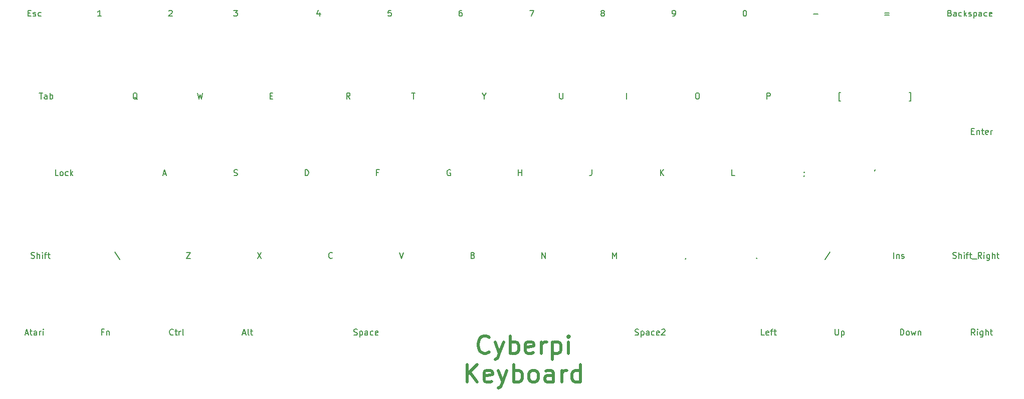
<source format=gbr>
G04 #@! TF.GenerationSoftware,KiCad,Pcbnew,6.0.4-6f826c9f35~116~ubuntu20.04.1*
G04 #@! TF.CreationDate,2022-04-24T22:14:45+02:00*
G04 #@! TF.ProjectId,keyboard,6b657962-6f61-4726-942e-6b696361645f,rev?*
G04 #@! TF.SameCoordinates,Original*
G04 #@! TF.FileFunction,Legend,Top*
G04 #@! TF.FilePolarity,Positive*
%FSLAX46Y46*%
G04 Gerber Fmt 4.6, Leading zero omitted, Abs format (unit mm)*
G04 Created by KiCad (PCBNEW 6.0.4-6f826c9f35~116~ubuntu20.04.1) date 2022-04-24 22:14:45*
%MOMM*%
%LPD*%
G01*
G04 APERTURE LIST*
%ADD10C,0.500000*%
%ADD11C,0.150000*%
G04 APERTURE END LIST*
D10*
X100542857Y-77856428D02*
X100400000Y-77999285D01*
X99971428Y-78142142D01*
X99685714Y-78142142D01*
X99257142Y-77999285D01*
X98971428Y-77713571D01*
X98828571Y-77427857D01*
X98685714Y-76856428D01*
X98685714Y-76427857D01*
X98828571Y-75856428D01*
X98971428Y-75570714D01*
X99257142Y-75285000D01*
X99685714Y-75142142D01*
X99971428Y-75142142D01*
X100400000Y-75285000D01*
X100542857Y-75427857D01*
X101542857Y-76142142D02*
X102257142Y-78142142D01*
X102971428Y-76142142D02*
X102257142Y-78142142D01*
X101971428Y-78856428D01*
X101828571Y-78999285D01*
X101542857Y-79142142D01*
X104114285Y-78142142D02*
X104114285Y-75142142D01*
X104114285Y-76285000D02*
X104400000Y-76142142D01*
X104971428Y-76142142D01*
X105257142Y-76285000D01*
X105400000Y-76427857D01*
X105542857Y-76713571D01*
X105542857Y-77570714D01*
X105400000Y-77856428D01*
X105257142Y-77999285D01*
X104971428Y-78142142D01*
X104400000Y-78142142D01*
X104114285Y-77999285D01*
X107971428Y-77999285D02*
X107685714Y-78142142D01*
X107114285Y-78142142D01*
X106828571Y-77999285D01*
X106685714Y-77713571D01*
X106685714Y-76570714D01*
X106828571Y-76285000D01*
X107114285Y-76142142D01*
X107685714Y-76142142D01*
X107971428Y-76285000D01*
X108114285Y-76570714D01*
X108114285Y-76856428D01*
X106685714Y-77142142D01*
X109400000Y-78142142D02*
X109400000Y-76142142D01*
X109400000Y-76713571D02*
X109542857Y-76427857D01*
X109685714Y-76285000D01*
X109971428Y-76142142D01*
X110257142Y-76142142D01*
X111257142Y-76142142D02*
X111257142Y-79142142D01*
X111257142Y-76285000D02*
X111542857Y-76142142D01*
X112114285Y-76142142D01*
X112400000Y-76285000D01*
X112542857Y-76427857D01*
X112685714Y-76713571D01*
X112685714Y-77570714D01*
X112542857Y-77856428D01*
X112400000Y-77999285D01*
X112114285Y-78142142D01*
X111542857Y-78142142D01*
X111257142Y-77999285D01*
X113971428Y-78142142D02*
X113971428Y-76142142D01*
X113971428Y-75142142D02*
X113828571Y-75285000D01*
X113971428Y-75427857D01*
X114114285Y-75285000D01*
X113971428Y-75142142D01*
X113971428Y-75427857D01*
X96828571Y-82972142D02*
X96828571Y-79972142D01*
X98542857Y-82972142D02*
X97257142Y-81257857D01*
X98542857Y-79972142D02*
X96828571Y-81686428D01*
X100971428Y-82829285D02*
X100685714Y-82972142D01*
X100114285Y-82972142D01*
X99828571Y-82829285D01*
X99685714Y-82543571D01*
X99685714Y-81400714D01*
X99828571Y-81115000D01*
X100114285Y-80972142D01*
X100685714Y-80972142D01*
X100971428Y-81115000D01*
X101114285Y-81400714D01*
X101114285Y-81686428D01*
X99685714Y-81972142D01*
X102114285Y-80972142D02*
X102828571Y-82972142D01*
X103542857Y-80972142D02*
X102828571Y-82972142D01*
X102542857Y-83686428D01*
X102400000Y-83829285D01*
X102114285Y-83972142D01*
X104685714Y-82972142D02*
X104685714Y-79972142D01*
X104685714Y-81115000D02*
X104971428Y-80972142D01*
X105542857Y-80972142D01*
X105828571Y-81115000D01*
X105971428Y-81257857D01*
X106114285Y-81543571D01*
X106114285Y-82400714D01*
X105971428Y-82686428D01*
X105828571Y-82829285D01*
X105542857Y-82972142D01*
X104971428Y-82972142D01*
X104685714Y-82829285D01*
X107828571Y-82972142D02*
X107542857Y-82829285D01*
X107400000Y-82686428D01*
X107257142Y-82400714D01*
X107257142Y-81543571D01*
X107400000Y-81257857D01*
X107542857Y-81115000D01*
X107828571Y-80972142D01*
X108257142Y-80972142D01*
X108542857Y-81115000D01*
X108685714Y-81257857D01*
X108828571Y-81543571D01*
X108828571Y-82400714D01*
X108685714Y-82686428D01*
X108542857Y-82829285D01*
X108257142Y-82972142D01*
X107828571Y-82972142D01*
X111400000Y-82972142D02*
X111400000Y-81400714D01*
X111257142Y-81115000D01*
X110971428Y-80972142D01*
X110400000Y-80972142D01*
X110114285Y-81115000D01*
X111400000Y-82829285D02*
X111114285Y-82972142D01*
X110400000Y-82972142D01*
X110114285Y-82829285D01*
X109971428Y-82543571D01*
X109971428Y-82257857D01*
X110114285Y-81972142D01*
X110400000Y-81829285D01*
X111114285Y-81829285D01*
X111400000Y-81686428D01*
X112828571Y-82972142D02*
X112828571Y-80972142D01*
X112828571Y-81543571D02*
X112971428Y-81257857D01*
X113114285Y-81115000D01*
X113400000Y-80972142D01*
X113685714Y-80972142D01*
X115971428Y-82972142D02*
X115971428Y-79972142D01*
X115971428Y-82829285D02*
X115685714Y-82972142D01*
X115114285Y-82972142D01*
X114828571Y-82829285D01*
X114685714Y-82686428D01*
X114542857Y-82400714D01*
X114542857Y-81543571D01*
X114685714Y-81257857D01*
X114828571Y-81115000D01*
X115114285Y-80972142D01*
X115685714Y-80972142D01*
X115971428Y-81115000D01*
D11*
X22684380Y-20485571D02*
X23017714Y-20485571D01*
X23160571Y-21009380D02*
X22684380Y-21009380D01*
X22684380Y-20009380D01*
X23160571Y-20009380D01*
X23541523Y-20961761D02*
X23636761Y-21009380D01*
X23827238Y-21009380D01*
X23922476Y-20961761D01*
X23970095Y-20866523D01*
X23970095Y-20818904D01*
X23922476Y-20723666D01*
X23827238Y-20676047D01*
X23684380Y-20676047D01*
X23589142Y-20628428D01*
X23541523Y-20533190D01*
X23541523Y-20485571D01*
X23589142Y-20390333D01*
X23684380Y-20342714D01*
X23827238Y-20342714D01*
X23922476Y-20390333D01*
X24827238Y-20961761D02*
X24732000Y-21009380D01*
X24541523Y-21009380D01*
X24446285Y-20961761D01*
X24398666Y-20914142D01*
X24351047Y-20818904D01*
X24351047Y-20533190D01*
X24398666Y-20437952D01*
X24446285Y-20390333D01*
X24541523Y-20342714D01*
X24732000Y-20342714D01*
X24827238Y-20390333D01*
X27755809Y-48009380D02*
X27279619Y-48009380D01*
X27279619Y-47009380D01*
X28232000Y-48009380D02*
X28136761Y-47961761D01*
X28089142Y-47914142D01*
X28041523Y-47818904D01*
X28041523Y-47533190D01*
X28089142Y-47437952D01*
X28136761Y-47390333D01*
X28232000Y-47342714D01*
X28374857Y-47342714D01*
X28470095Y-47390333D01*
X28517714Y-47437952D01*
X28565333Y-47533190D01*
X28565333Y-47818904D01*
X28517714Y-47914142D01*
X28470095Y-47961761D01*
X28374857Y-48009380D01*
X28232000Y-48009380D01*
X29422476Y-47961761D02*
X29327238Y-48009380D01*
X29136761Y-48009380D01*
X29041523Y-47961761D01*
X28993904Y-47914142D01*
X28946285Y-47818904D01*
X28946285Y-47533190D01*
X28993904Y-47437952D01*
X29041523Y-47390333D01*
X29136761Y-47342714D01*
X29327238Y-47342714D01*
X29422476Y-47390333D01*
X29851047Y-48009380D02*
X29851047Y-47009380D01*
X29946285Y-47628428D02*
X30232000Y-48009380D01*
X30232000Y-47342714D02*
X29851047Y-47723666D01*
X23184380Y-61961761D02*
X23327238Y-62009380D01*
X23565333Y-62009380D01*
X23660571Y-61961761D01*
X23708190Y-61914142D01*
X23755809Y-61818904D01*
X23755809Y-61723666D01*
X23708190Y-61628428D01*
X23660571Y-61580809D01*
X23565333Y-61533190D01*
X23374857Y-61485571D01*
X23279619Y-61437952D01*
X23232000Y-61390333D01*
X23184380Y-61295095D01*
X23184380Y-61199857D01*
X23232000Y-61104619D01*
X23279619Y-61057000D01*
X23374857Y-61009380D01*
X23612952Y-61009380D01*
X23755809Y-61057000D01*
X24184380Y-62009380D02*
X24184380Y-61009380D01*
X24612952Y-62009380D02*
X24612952Y-61485571D01*
X24565333Y-61390333D01*
X24470095Y-61342714D01*
X24327238Y-61342714D01*
X24232000Y-61390333D01*
X24184380Y-61437952D01*
X25089142Y-62009380D02*
X25089142Y-61342714D01*
X25089142Y-61009380D02*
X25041523Y-61057000D01*
X25089142Y-61104619D01*
X25136761Y-61057000D01*
X25089142Y-61009380D01*
X25089142Y-61104619D01*
X25422476Y-61342714D02*
X25803428Y-61342714D01*
X25565333Y-62009380D02*
X25565333Y-61152238D01*
X25612952Y-61057000D01*
X25708190Y-61009380D01*
X25803428Y-61009380D01*
X25993904Y-61342714D02*
X26374857Y-61342714D01*
X26136761Y-61009380D02*
X26136761Y-61866523D01*
X26184380Y-61961761D01*
X26279619Y-62009380D01*
X26374857Y-62009380D01*
X22208190Y-74723666D02*
X22684380Y-74723666D01*
X22112952Y-75009380D02*
X22446285Y-74009380D01*
X22779619Y-75009380D01*
X22970095Y-74342714D02*
X23351047Y-74342714D01*
X23112952Y-74009380D02*
X23112952Y-74866523D01*
X23160571Y-74961761D01*
X23255809Y-75009380D01*
X23351047Y-75009380D01*
X24112952Y-75009380D02*
X24112952Y-74485571D01*
X24065333Y-74390333D01*
X23970095Y-74342714D01*
X23779619Y-74342714D01*
X23684380Y-74390333D01*
X24112952Y-74961761D02*
X24017714Y-75009380D01*
X23779619Y-75009380D01*
X23684380Y-74961761D01*
X23636761Y-74866523D01*
X23636761Y-74771285D01*
X23684380Y-74676047D01*
X23779619Y-74628428D01*
X24017714Y-74628428D01*
X24112952Y-74580809D01*
X24589142Y-75009380D02*
X24589142Y-74342714D01*
X24589142Y-74533190D02*
X24636761Y-74437952D01*
X24684380Y-74390333D01*
X24779619Y-74342714D01*
X24874857Y-74342714D01*
X25208190Y-75009380D02*
X25208190Y-74342714D01*
X25208190Y-74009380D02*
X25160571Y-74057000D01*
X25208190Y-74104619D01*
X25255809Y-74057000D01*
X25208190Y-74009380D01*
X25208190Y-74104619D01*
X35017714Y-21009380D02*
X34446285Y-21009380D01*
X34732000Y-21009380D02*
X34732000Y-20009380D01*
X34636761Y-20152238D01*
X34541523Y-20247476D01*
X34446285Y-20295095D01*
X41112952Y-35104619D02*
X41017714Y-35057000D01*
X40922476Y-34961761D01*
X40779619Y-34818904D01*
X40684380Y-34771285D01*
X40589142Y-34771285D01*
X40636761Y-35009380D02*
X40541523Y-34961761D01*
X40446285Y-34866523D01*
X40398666Y-34676047D01*
X40398666Y-34342714D01*
X40446285Y-34152238D01*
X40541523Y-34057000D01*
X40636761Y-34009380D01*
X40827238Y-34009380D01*
X40922476Y-34057000D01*
X41017714Y-34152238D01*
X41065333Y-34342714D01*
X41065333Y-34676047D01*
X41017714Y-34866523D01*
X40922476Y-34961761D01*
X40827238Y-35009380D01*
X40636761Y-35009380D01*
X45493904Y-47723666D02*
X45970095Y-47723666D01*
X45398666Y-48009380D02*
X45732000Y-47009380D01*
X46065333Y-48009380D01*
X37303428Y-60914142D02*
X38160571Y-62199857D01*
X35422476Y-74485571D02*
X35089142Y-74485571D01*
X35089142Y-75009380D02*
X35089142Y-74009380D01*
X35565333Y-74009380D01*
X35946285Y-74342714D02*
X35946285Y-75009380D01*
X35946285Y-74437952D02*
X35993904Y-74390333D01*
X36089142Y-74342714D01*
X36232000Y-74342714D01*
X36327238Y-74390333D01*
X36374857Y-74485571D01*
X36374857Y-75009380D01*
X51303428Y-34009380D02*
X51541523Y-35009380D01*
X51732000Y-34295095D01*
X51922476Y-35009380D01*
X52160571Y-34009380D01*
X57446285Y-47961761D02*
X57589142Y-48009380D01*
X57827238Y-48009380D01*
X57922476Y-47961761D01*
X57970095Y-47914142D01*
X58017714Y-47818904D01*
X58017714Y-47723666D01*
X57970095Y-47628428D01*
X57922476Y-47580809D01*
X57827238Y-47533190D01*
X57636761Y-47485571D01*
X57541523Y-47437952D01*
X57493904Y-47390333D01*
X57446285Y-47295095D01*
X57446285Y-47199857D01*
X57493904Y-47104619D01*
X57541523Y-47057000D01*
X57636761Y-47009380D01*
X57874857Y-47009380D01*
X58017714Y-47057000D01*
X49398666Y-61009380D02*
X50065333Y-61009380D01*
X49398666Y-62009380D01*
X50065333Y-62009380D01*
X47184380Y-74914142D02*
X47136761Y-74961761D01*
X46993904Y-75009380D01*
X46898666Y-75009380D01*
X46755809Y-74961761D01*
X46660571Y-74866523D01*
X46612952Y-74771285D01*
X46565333Y-74580809D01*
X46565333Y-74437952D01*
X46612952Y-74247476D01*
X46660571Y-74152238D01*
X46755809Y-74057000D01*
X46898666Y-74009380D01*
X46993904Y-74009380D01*
X47136761Y-74057000D01*
X47184380Y-74104619D01*
X47470095Y-74342714D02*
X47851047Y-74342714D01*
X47612952Y-74009380D02*
X47612952Y-74866523D01*
X47660571Y-74961761D01*
X47755809Y-75009380D01*
X47851047Y-75009380D01*
X48184380Y-75009380D02*
X48184380Y-74342714D01*
X48184380Y-74533190D02*
X48232000Y-74437952D01*
X48279619Y-74390333D01*
X48374857Y-74342714D01*
X48470095Y-74342714D01*
X48946285Y-75009380D02*
X48851047Y-74961761D01*
X48803428Y-74866523D01*
X48803428Y-74009380D01*
X63517714Y-34485571D02*
X63851047Y-34485571D01*
X63993904Y-35009380D02*
X63517714Y-35009380D01*
X63517714Y-34009380D01*
X63993904Y-34009380D01*
X69470095Y-48009380D02*
X69470095Y-47009380D01*
X69708190Y-47009380D01*
X69851047Y-47057000D01*
X69946285Y-47152238D01*
X69993904Y-47247476D01*
X70041523Y-47437952D01*
X70041523Y-47580809D01*
X69993904Y-47771285D01*
X69946285Y-47866523D01*
X69851047Y-47961761D01*
X69708190Y-48009380D01*
X69470095Y-48009380D01*
X61398666Y-61009380D02*
X62065333Y-62009380D01*
X62065333Y-61009380D02*
X61398666Y-62009380D01*
X58946285Y-74723666D02*
X59422476Y-74723666D01*
X58851047Y-75009380D02*
X59184380Y-74009380D01*
X59517714Y-75009380D01*
X59993904Y-75009380D02*
X59898666Y-74961761D01*
X59851047Y-74866523D01*
X59851047Y-74009380D01*
X60232000Y-74342714D02*
X60612952Y-74342714D01*
X60374857Y-74009380D02*
X60374857Y-74866523D01*
X60422476Y-74961761D01*
X60517714Y-75009380D01*
X60612952Y-75009380D01*
X71922476Y-20342714D02*
X71922476Y-21009380D01*
X71684380Y-19961761D02*
X71446285Y-20676047D01*
X72065333Y-20676047D01*
X77041523Y-35009380D02*
X76708190Y-34533190D01*
X76470095Y-35009380D02*
X76470095Y-34009380D01*
X76851047Y-34009380D01*
X76946285Y-34057000D01*
X76993904Y-34104619D01*
X77041523Y-34199857D01*
X77041523Y-34342714D01*
X76993904Y-34437952D01*
X76946285Y-34485571D01*
X76851047Y-34533190D01*
X76470095Y-34533190D01*
X81874857Y-47485571D02*
X81541523Y-47485571D01*
X81541523Y-48009380D02*
X81541523Y-47009380D01*
X82017714Y-47009380D01*
X74041523Y-61914142D02*
X73993904Y-61961761D01*
X73851047Y-62009380D01*
X73755809Y-62009380D01*
X73612952Y-61961761D01*
X73517714Y-61866523D01*
X73470095Y-61771285D01*
X73422476Y-61580809D01*
X73422476Y-61437952D01*
X73470095Y-61247476D01*
X73517714Y-61152238D01*
X73612952Y-61057000D01*
X73755809Y-61009380D01*
X73851047Y-61009380D01*
X73993904Y-61057000D01*
X74041523Y-61104619D01*
X77684380Y-74961761D02*
X77827238Y-75009380D01*
X78065333Y-75009380D01*
X78160571Y-74961761D01*
X78208190Y-74914142D01*
X78255809Y-74818904D01*
X78255809Y-74723666D01*
X78208190Y-74628428D01*
X78160571Y-74580809D01*
X78065333Y-74533190D01*
X77874857Y-74485571D01*
X77779619Y-74437952D01*
X77732000Y-74390333D01*
X77684380Y-74295095D01*
X77684380Y-74199857D01*
X77732000Y-74104619D01*
X77779619Y-74057000D01*
X77874857Y-74009380D01*
X78112952Y-74009380D01*
X78255809Y-74057000D01*
X78684380Y-74342714D02*
X78684380Y-75342714D01*
X78684380Y-74390333D02*
X78779619Y-74342714D01*
X78970095Y-74342714D01*
X79065333Y-74390333D01*
X79112952Y-74437952D01*
X79160571Y-74533190D01*
X79160571Y-74818904D01*
X79112952Y-74914142D01*
X79065333Y-74961761D01*
X78970095Y-75009380D01*
X78779619Y-75009380D01*
X78684380Y-74961761D01*
X80017714Y-75009380D02*
X80017714Y-74485571D01*
X79970095Y-74390333D01*
X79874857Y-74342714D01*
X79684380Y-74342714D01*
X79589142Y-74390333D01*
X80017714Y-74961761D02*
X79922476Y-75009380D01*
X79684380Y-75009380D01*
X79589142Y-74961761D01*
X79541523Y-74866523D01*
X79541523Y-74771285D01*
X79589142Y-74676047D01*
X79684380Y-74628428D01*
X79922476Y-74628428D01*
X80017714Y-74580809D01*
X80922476Y-74961761D02*
X80827238Y-75009380D01*
X80636761Y-75009380D01*
X80541523Y-74961761D01*
X80493904Y-74914142D01*
X80446285Y-74818904D01*
X80446285Y-74533190D01*
X80493904Y-74437952D01*
X80541523Y-74390333D01*
X80636761Y-74342714D01*
X80827238Y-74342714D01*
X80922476Y-74390333D01*
X81732000Y-74961761D02*
X81636761Y-75009380D01*
X81446285Y-75009380D01*
X81351047Y-74961761D01*
X81303428Y-74866523D01*
X81303428Y-74485571D01*
X81351047Y-74390333D01*
X81446285Y-74342714D01*
X81636761Y-74342714D01*
X81732000Y-74390333D01*
X81779619Y-74485571D01*
X81779619Y-74580809D01*
X81303428Y-74676047D01*
X83970095Y-20009380D02*
X83493904Y-20009380D01*
X83446285Y-20485571D01*
X83493904Y-20437952D01*
X83589142Y-20390333D01*
X83827238Y-20390333D01*
X83922476Y-20437952D01*
X83970095Y-20485571D01*
X84017714Y-20580809D01*
X84017714Y-20818904D01*
X83970095Y-20914142D01*
X83922476Y-20961761D01*
X83827238Y-21009380D01*
X83589142Y-21009380D01*
X83493904Y-20961761D01*
X83446285Y-20914142D01*
X87446285Y-34009380D02*
X88017714Y-34009380D01*
X87732000Y-35009380D02*
X87732000Y-34009380D01*
X93993904Y-47057000D02*
X93898666Y-47009380D01*
X93755809Y-47009380D01*
X93612952Y-47057000D01*
X93517714Y-47152238D01*
X93470095Y-47247476D01*
X93422476Y-47437952D01*
X93422476Y-47580809D01*
X93470095Y-47771285D01*
X93517714Y-47866523D01*
X93612952Y-47961761D01*
X93755809Y-48009380D01*
X93851047Y-48009380D01*
X93993904Y-47961761D01*
X94041523Y-47914142D01*
X94041523Y-47580809D01*
X93851047Y-47580809D01*
X85398666Y-61009380D02*
X85732000Y-62009380D01*
X86065333Y-61009380D01*
X147041523Y-75009380D02*
X146565333Y-75009380D01*
X146565333Y-74009380D01*
X147755809Y-74961761D02*
X147660571Y-75009380D01*
X147470095Y-75009380D01*
X147374857Y-74961761D01*
X147327238Y-74866523D01*
X147327238Y-74485571D01*
X147374857Y-74390333D01*
X147470095Y-74342714D01*
X147660571Y-74342714D01*
X147755809Y-74390333D01*
X147803428Y-74485571D01*
X147803428Y-74580809D01*
X147327238Y-74676047D01*
X148089142Y-74342714D02*
X148470095Y-74342714D01*
X148232000Y-75009380D02*
X148232000Y-74152238D01*
X148279619Y-74057000D01*
X148374857Y-74009380D01*
X148470095Y-74009380D01*
X148660571Y-74342714D02*
X149041523Y-74342714D01*
X148803428Y-74009380D02*
X148803428Y-74866523D01*
X148851047Y-74961761D01*
X148946285Y-75009380D01*
X149041523Y-75009380D01*
X99732000Y-34533190D02*
X99732000Y-35009380D01*
X99398666Y-34009380D02*
X99732000Y-34533190D01*
X100065333Y-34009380D01*
X105446285Y-48009380D02*
X105446285Y-47009380D01*
X105446285Y-47485571D02*
X106017714Y-47485571D01*
X106017714Y-48009380D02*
X106017714Y-47009380D01*
X97803428Y-61485571D02*
X97946285Y-61533190D01*
X97993904Y-61580809D01*
X98041523Y-61676047D01*
X98041523Y-61818904D01*
X97993904Y-61914142D01*
X97946285Y-61961761D01*
X97851047Y-62009380D01*
X97470095Y-62009380D01*
X97470095Y-61009380D01*
X97803428Y-61009380D01*
X97898666Y-61057000D01*
X97946285Y-61104619D01*
X97993904Y-61199857D01*
X97993904Y-61295095D01*
X97946285Y-61390333D01*
X97898666Y-61437952D01*
X97803428Y-61485571D01*
X97470095Y-61485571D01*
X158993904Y-74009380D02*
X158993904Y-74818904D01*
X159041523Y-74914142D01*
X159089142Y-74961761D01*
X159184380Y-75009380D01*
X159374857Y-75009380D01*
X159470095Y-74961761D01*
X159517714Y-74914142D01*
X159565333Y-74818904D01*
X159565333Y-74009380D01*
X160041523Y-74342714D02*
X160041523Y-75342714D01*
X160041523Y-74390333D02*
X160136761Y-74342714D01*
X160327238Y-74342714D01*
X160422476Y-74390333D01*
X160470095Y-74437952D01*
X160517714Y-74533190D01*
X160517714Y-74818904D01*
X160470095Y-74914142D01*
X160422476Y-74961761D01*
X160327238Y-75009380D01*
X160136761Y-75009380D01*
X160041523Y-74961761D01*
X107398666Y-20009380D02*
X108065333Y-20009380D01*
X107636761Y-21009380D01*
X112446285Y-34009380D02*
X112446285Y-34818904D01*
X112493904Y-34914142D01*
X112541523Y-34961761D01*
X112636761Y-35009380D01*
X112827238Y-35009380D01*
X112922476Y-34961761D01*
X112970095Y-34914142D01*
X113017714Y-34818904D01*
X113017714Y-34009380D01*
X117874857Y-47009380D02*
X117874857Y-47723666D01*
X117827238Y-47866523D01*
X117732000Y-47961761D01*
X117589142Y-48009380D01*
X117493904Y-48009380D01*
X109446285Y-62009380D02*
X109446285Y-61009380D01*
X110017714Y-62009380D01*
X110017714Y-61009380D01*
X170041523Y-75009380D02*
X170041523Y-74009380D01*
X170279619Y-74009380D01*
X170422476Y-74057000D01*
X170517714Y-74152238D01*
X170565333Y-74247476D01*
X170612952Y-74437952D01*
X170612952Y-74580809D01*
X170565333Y-74771285D01*
X170517714Y-74866523D01*
X170422476Y-74961761D01*
X170279619Y-75009380D01*
X170041523Y-75009380D01*
X171184380Y-75009380D02*
X171089142Y-74961761D01*
X171041523Y-74914142D01*
X170993904Y-74818904D01*
X170993904Y-74533190D01*
X171041523Y-74437952D01*
X171089142Y-74390333D01*
X171184380Y-74342714D01*
X171327238Y-74342714D01*
X171422476Y-74390333D01*
X171470095Y-74437952D01*
X171517714Y-74533190D01*
X171517714Y-74818904D01*
X171470095Y-74914142D01*
X171422476Y-74961761D01*
X171327238Y-75009380D01*
X171184380Y-75009380D01*
X171851047Y-74342714D02*
X172041523Y-75009380D01*
X172232000Y-74533190D01*
X172422476Y-75009380D01*
X172612952Y-74342714D01*
X172993904Y-74342714D02*
X172993904Y-75009380D01*
X172993904Y-74437952D02*
X173041523Y-74390333D01*
X173136761Y-74342714D01*
X173279619Y-74342714D01*
X173374857Y-74390333D01*
X173422476Y-74485571D01*
X173422476Y-75009380D01*
X119636761Y-20437952D02*
X119541523Y-20390333D01*
X119493904Y-20342714D01*
X119446285Y-20247476D01*
X119446285Y-20199857D01*
X119493904Y-20104619D01*
X119541523Y-20057000D01*
X119636761Y-20009380D01*
X119827238Y-20009380D01*
X119922476Y-20057000D01*
X119970095Y-20104619D01*
X120017714Y-20199857D01*
X120017714Y-20247476D01*
X119970095Y-20342714D01*
X119922476Y-20390333D01*
X119827238Y-20437952D01*
X119636761Y-20437952D01*
X119541523Y-20485571D01*
X119493904Y-20533190D01*
X119446285Y-20628428D01*
X119446285Y-20818904D01*
X119493904Y-20914142D01*
X119541523Y-20961761D01*
X119636761Y-21009380D01*
X119827238Y-21009380D01*
X119922476Y-20961761D01*
X119970095Y-20914142D01*
X120017714Y-20818904D01*
X120017714Y-20628428D01*
X119970095Y-20533190D01*
X119922476Y-20485571D01*
X119827238Y-20437952D01*
X123732000Y-35009380D02*
X123732000Y-34009380D01*
X129470095Y-48009380D02*
X129470095Y-47009380D01*
X130041523Y-48009380D02*
X129612952Y-47437952D01*
X130041523Y-47009380D02*
X129470095Y-47580809D01*
X121398666Y-62009380D02*
X121398666Y-61009380D01*
X121732000Y-61723666D01*
X122065333Y-61009380D01*
X122065333Y-62009380D01*
X182612952Y-75009380D02*
X182279619Y-74533190D01*
X182041523Y-75009380D02*
X182041523Y-74009380D01*
X182422476Y-74009380D01*
X182517714Y-74057000D01*
X182565333Y-74104619D01*
X182612952Y-74199857D01*
X182612952Y-74342714D01*
X182565333Y-74437952D01*
X182517714Y-74485571D01*
X182422476Y-74533190D01*
X182041523Y-74533190D01*
X183041523Y-75009380D02*
X183041523Y-74342714D01*
X183041523Y-74009380D02*
X182993904Y-74057000D01*
X183041523Y-74104619D01*
X183089142Y-74057000D01*
X183041523Y-74009380D01*
X183041523Y-74104619D01*
X183946285Y-74342714D02*
X183946285Y-75152238D01*
X183898666Y-75247476D01*
X183851047Y-75295095D01*
X183755809Y-75342714D01*
X183612952Y-75342714D01*
X183517714Y-75295095D01*
X183946285Y-74961761D02*
X183851047Y-75009380D01*
X183660571Y-75009380D01*
X183565333Y-74961761D01*
X183517714Y-74914142D01*
X183470095Y-74818904D01*
X183470095Y-74533190D01*
X183517714Y-74437952D01*
X183565333Y-74390333D01*
X183660571Y-74342714D01*
X183851047Y-74342714D01*
X183946285Y-74390333D01*
X184422476Y-75009380D02*
X184422476Y-74009380D01*
X184851047Y-75009380D02*
X184851047Y-74485571D01*
X184803428Y-74390333D01*
X184708190Y-74342714D01*
X184565333Y-74342714D01*
X184470095Y-74390333D01*
X184422476Y-74437952D01*
X185184380Y-74342714D02*
X185565333Y-74342714D01*
X185327238Y-74009380D02*
X185327238Y-74866523D01*
X185374857Y-74961761D01*
X185470095Y-75009380D01*
X185565333Y-75009380D01*
X131541523Y-21009380D02*
X131732000Y-21009380D01*
X131827238Y-20961761D01*
X131874857Y-20914142D01*
X131970095Y-20771285D01*
X132017714Y-20580809D01*
X132017714Y-20199857D01*
X131970095Y-20104619D01*
X131922476Y-20057000D01*
X131827238Y-20009380D01*
X131636761Y-20009380D01*
X131541523Y-20057000D01*
X131493904Y-20104619D01*
X131446285Y-20199857D01*
X131446285Y-20437952D01*
X131493904Y-20533190D01*
X131541523Y-20580809D01*
X131636761Y-20628428D01*
X131827238Y-20628428D01*
X131922476Y-20580809D01*
X131970095Y-20533190D01*
X132017714Y-20437952D01*
X135636761Y-34009380D02*
X135827238Y-34009380D01*
X135922476Y-34057000D01*
X136017714Y-34152238D01*
X136065333Y-34342714D01*
X136065333Y-34676047D01*
X136017714Y-34866523D01*
X135922476Y-34961761D01*
X135827238Y-35009380D01*
X135636761Y-35009380D01*
X135541523Y-34961761D01*
X135446285Y-34866523D01*
X135398666Y-34676047D01*
X135398666Y-34342714D01*
X135446285Y-34152238D01*
X135541523Y-34057000D01*
X135636761Y-34009380D01*
X142041523Y-48009380D02*
X141565333Y-48009380D01*
X141565333Y-47009380D01*
X133779619Y-61961761D02*
X133779619Y-62009380D01*
X133732000Y-62104619D01*
X133684380Y-62152238D01*
X153779619Y-47961761D02*
X153779619Y-48009380D01*
X153732000Y-48104619D01*
X153684380Y-48152238D01*
X153732000Y-47390333D02*
X153779619Y-47437952D01*
X153732000Y-47485571D01*
X153684380Y-47437952D01*
X153732000Y-47390333D01*
X153732000Y-47485571D01*
X145732000Y-61914142D02*
X145779619Y-61961761D01*
X145732000Y-62009380D01*
X145684380Y-61961761D01*
X145732000Y-61914142D01*
X145732000Y-62009380D01*
X155351047Y-20628428D02*
X156112952Y-20628428D01*
X159922476Y-35342714D02*
X159684380Y-35342714D01*
X159684380Y-33914142D01*
X159922476Y-33914142D01*
X165779619Y-47009380D02*
X165684380Y-47199857D01*
X158160571Y-60961761D02*
X157303428Y-62247476D01*
X167351047Y-20485571D02*
X168112952Y-20485571D01*
X168112952Y-20771285D02*
X167351047Y-20771285D01*
X171541523Y-35342714D02*
X171779619Y-35342714D01*
X171779619Y-33914142D01*
X171541523Y-33914142D01*
X168874857Y-62009380D02*
X168874857Y-61009380D01*
X169351047Y-61342714D02*
X169351047Y-62009380D01*
X169351047Y-61437952D02*
X169398666Y-61390333D01*
X169493904Y-61342714D01*
X169636761Y-61342714D01*
X169732000Y-61390333D01*
X169779619Y-61485571D01*
X169779619Y-62009380D01*
X170208190Y-61961761D02*
X170303428Y-62009380D01*
X170493904Y-62009380D01*
X170589142Y-61961761D01*
X170636761Y-61866523D01*
X170636761Y-61818904D01*
X170589142Y-61723666D01*
X170493904Y-61676047D01*
X170351047Y-61676047D01*
X170255809Y-61628428D01*
X170208190Y-61533190D01*
X170208190Y-61485571D01*
X170255809Y-61390333D01*
X170351047Y-61342714D01*
X170493904Y-61342714D01*
X170589142Y-61390333D01*
X178351047Y-20485571D02*
X178493904Y-20533190D01*
X178541523Y-20580809D01*
X178589142Y-20676047D01*
X178589142Y-20818904D01*
X178541523Y-20914142D01*
X178493904Y-20961761D01*
X178398666Y-21009380D01*
X178017714Y-21009380D01*
X178017714Y-20009380D01*
X178351047Y-20009380D01*
X178446285Y-20057000D01*
X178493904Y-20104619D01*
X178541523Y-20199857D01*
X178541523Y-20295095D01*
X178493904Y-20390333D01*
X178446285Y-20437952D01*
X178351047Y-20485571D01*
X178017714Y-20485571D01*
X179446285Y-21009380D02*
X179446285Y-20485571D01*
X179398666Y-20390333D01*
X179303428Y-20342714D01*
X179112952Y-20342714D01*
X179017714Y-20390333D01*
X179446285Y-20961761D02*
X179351047Y-21009380D01*
X179112952Y-21009380D01*
X179017714Y-20961761D01*
X178970095Y-20866523D01*
X178970095Y-20771285D01*
X179017714Y-20676047D01*
X179112952Y-20628428D01*
X179351047Y-20628428D01*
X179446285Y-20580809D01*
X180351047Y-20961761D02*
X180255809Y-21009380D01*
X180065333Y-21009380D01*
X179970095Y-20961761D01*
X179922476Y-20914142D01*
X179874857Y-20818904D01*
X179874857Y-20533190D01*
X179922476Y-20437952D01*
X179970095Y-20390333D01*
X180065333Y-20342714D01*
X180255809Y-20342714D01*
X180351047Y-20390333D01*
X180779619Y-21009380D02*
X180779619Y-20009380D01*
X180874857Y-20628428D02*
X181160571Y-21009380D01*
X181160571Y-20342714D02*
X180779619Y-20723666D01*
X181541523Y-20961761D02*
X181636761Y-21009380D01*
X181827238Y-21009380D01*
X181922476Y-20961761D01*
X181970095Y-20866523D01*
X181970095Y-20818904D01*
X181922476Y-20723666D01*
X181827238Y-20676047D01*
X181684380Y-20676047D01*
X181589142Y-20628428D01*
X181541523Y-20533190D01*
X181541523Y-20485571D01*
X181589142Y-20390333D01*
X181684380Y-20342714D01*
X181827238Y-20342714D01*
X181922476Y-20390333D01*
X182398666Y-20342714D02*
X182398666Y-21342714D01*
X182398666Y-20390333D02*
X182493904Y-20342714D01*
X182684380Y-20342714D01*
X182779619Y-20390333D01*
X182827238Y-20437952D01*
X182874857Y-20533190D01*
X182874857Y-20818904D01*
X182827238Y-20914142D01*
X182779619Y-20961761D01*
X182684380Y-21009380D01*
X182493904Y-21009380D01*
X182398666Y-20961761D01*
X183732000Y-21009380D02*
X183732000Y-20485571D01*
X183684380Y-20390333D01*
X183589142Y-20342714D01*
X183398666Y-20342714D01*
X183303428Y-20390333D01*
X183732000Y-20961761D02*
X183636761Y-21009380D01*
X183398666Y-21009380D01*
X183303428Y-20961761D01*
X183255809Y-20866523D01*
X183255809Y-20771285D01*
X183303428Y-20676047D01*
X183398666Y-20628428D01*
X183636761Y-20628428D01*
X183732000Y-20580809D01*
X184636761Y-20961761D02*
X184541523Y-21009380D01*
X184351047Y-21009380D01*
X184255809Y-20961761D01*
X184208190Y-20914142D01*
X184160571Y-20818904D01*
X184160571Y-20533190D01*
X184208190Y-20437952D01*
X184255809Y-20390333D01*
X184351047Y-20342714D01*
X184541523Y-20342714D01*
X184636761Y-20390333D01*
X185446285Y-20961761D02*
X185351047Y-21009380D01*
X185160571Y-21009380D01*
X185065333Y-20961761D01*
X185017714Y-20866523D01*
X185017714Y-20485571D01*
X185065333Y-20390333D01*
X185160571Y-20342714D01*
X185351047Y-20342714D01*
X185446285Y-20390333D01*
X185493904Y-20485571D01*
X185493904Y-20580809D01*
X185017714Y-20676047D01*
X182041523Y-40485571D02*
X182374857Y-40485571D01*
X182517714Y-41009380D02*
X182041523Y-41009380D01*
X182041523Y-40009380D01*
X182517714Y-40009380D01*
X182946285Y-40342714D02*
X182946285Y-41009380D01*
X182946285Y-40437952D02*
X182993904Y-40390333D01*
X183089142Y-40342714D01*
X183232000Y-40342714D01*
X183327238Y-40390333D01*
X183374857Y-40485571D01*
X183374857Y-41009380D01*
X183708190Y-40342714D02*
X184089142Y-40342714D01*
X183851047Y-40009380D02*
X183851047Y-40866523D01*
X183898666Y-40961761D01*
X183993904Y-41009380D01*
X184089142Y-41009380D01*
X184803428Y-40961761D02*
X184708190Y-41009380D01*
X184517714Y-41009380D01*
X184422476Y-40961761D01*
X184374857Y-40866523D01*
X184374857Y-40485571D01*
X184422476Y-40390333D01*
X184517714Y-40342714D01*
X184708190Y-40342714D01*
X184803428Y-40390333D01*
X184851047Y-40485571D01*
X184851047Y-40580809D01*
X184374857Y-40676047D01*
X185279619Y-41009380D02*
X185279619Y-40342714D01*
X185279619Y-40533190D02*
X185327238Y-40437952D01*
X185374857Y-40390333D01*
X185470095Y-40342714D01*
X185565333Y-40342714D01*
X178874857Y-61961761D02*
X179017714Y-62009380D01*
X179255809Y-62009380D01*
X179351047Y-61961761D01*
X179398666Y-61914142D01*
X179446285Y-61818904D01*
X179446285Y-61723666D01*
X179398666Y-61628428D01*
X179351047Y-61580809D01*
X179255809Y-61533190D01*
X179065333Y-61485571D01*
X178970095Y-61437952D01*
X178922476Y-61390333D01*
X178874857Y-61295095D01*
X178874857Y-61199857D01*
X178922476Y-61104619D01*
X178970095Y-61057000D01*
X179065333Y-61009380D01*
X179303428Y-61009380D01*
X179446285Y-61057000D01*
X179874857Y-62009380D02*
X179874857Y-61009380D01*
X180303428Y-62009380D02*
X180303428Y-61485571D01*
X180255809Y-61390333D01*
X180160571Y-61342714D01*
X180017714Y-61342714D01*
X179922476Y-61390333D01*
X179874857Y-61437952D01*
X180779619Y-62009380D02*
X180779619Y-61342714D01*
X180779619Y-61009380D02*
X180732000Y-61057000D01*
X180779619Y-61104619D01*
X180827238Y-61057000D01*
X180779619Y-61009380D01*
X180779619Y-61104619D01*
X181112952Y-61342714D02*
X181493904Y-61342714D01*
X181255809Y-62009380D02*
X181255809Y-61152238D01*
X181303428Y-61057000D01*
X181398666Y-61009380D01*
X181493904Y-61009380D01*
X181684380Y-61342714D02*
X182065333Y-61342714D01*
X181827238Y-61009380D02*
X181827238Y-61866523D01*
X181874857Y-61961761D01*
X181970095Y-62009380D01*
X182065333Y-62009380D01*
X182160571Y-62104619D02*
X182922476Y-62104619D01*
X183732000Y-62009380D02*
X183398666Y-61533190D01*
X183160571Y-62009380D02*
X183160571Y-61009380D01*
X183541523Y-61009380D01*
X183636761Y-61057000D01*
X183684380Y-61104619D01*
X183732000Y-61199857D01*
X183732000Y-61342714D01*
X183684380Y-61437952D01*
X183636761Y-61485571D01*
X183541523Y-61533190D01*
X183160571Y-61533190D01*
X184160571Y-62009380D02*
X184160571Y-61342714D01*
X184160571Y-61009380D02*
X184112952Y-61057000D01*
X184160571Y-61104619D01*
X184208190Y-61057000D01*
X184160571Y-61009380D01*
X184160571Y-61104619D01*
X185065333Y-61342714D02*
X185065333Y-62152238D01*
X185017714Y-62247476D01*
X184970095Y-62295095D01*
X184874857Y-62342714D01*
X184732000Y-62342714D01*
X184636761Y-62295095D01*
X185065333Y-61961761D02*
X184970095Y-62009380D01*
X184779619Y-62009380D01*
X184684380Y-61961761D01*
X184636761Y-61914142D01*
X184589142Y-61818904D01*
X184589142Y-61533190D01*
X184636761Y-61437952D01*
X184684380Y-61390333D01*
X184779619Y-61342714D01*
X184970095Y-61342714D01*
X185065333Y-61390333D01*
X185541523Y-62009380D02*
X185541523Y-61009380D01*
X185970095Y-62009380D02*
X185970095Y-61485571D01*
X185922476Y-61390333D01*
X185827238Y-61342714D01*
X185684380Y-61342714D01*
X185589142Y-61390333D01*
X185541523Y-61437952D01*
X186303428Y-61342714D02*
X186684380Y-61342714D01*
X186446285Y-61009380D02*
X186446285Y-61866523D01*
X186493904Y-61961761D01*
X186589142Y-62009380D01*
X186684380Y-62009380D01*
X143684380Y-20009380D02*
X143779619Y-20009380D01*
X143874857Y-20057000D01*
X143922476Y-20104619D01*
X143970095Y-20199857D01*
X144017714Y-20390333D01*
X144017714Y-20628428D01*
X143970095Y-20818904D01*
X143922476Y-20914142D01*
X143874857Y-20961761D01*
X143779619Y-21009380D01*
X143684380Y-21009380D01*
X143589142Y-20961761D01*
X143541523Y-20914142D01*
X143493904Y-20818904D01*
X143446285Y-20628428D01*
X143446285Y-20390333D01*
X143493904Y-20199857D01*
X143541523Y-20104619D01*
X143589142Y-20057000D01*
X143684380Y-20009380D01*
X24541523Y-34009380D02*
X25112952Y-34009380D01*
X24827238Y-35009380D02*
X24827238Y-34009380D01*
X25874857Y-35009380D02*
X25874857Y-34485571D01*
X25827238Y-34390333D01*
X25732000Y-34342714D01*
X25541523Y-34342714D01*
X25446285Y-34390333D01*
X25874857Y-34961761D02*
X25779619Y-35009380D01*
X25541523Y-35009380D01*
X25446285Y-34961761D01*
X25398666Y-34866523D01*
X25398666Y-34771285D01*
X25446285Y-34676047D01*
X25541523Y-34628428D01*
X25779619Y-34628428D01*
X25874857Y-34580809D01*
X26351047Y-35009380D02*
X26351047Y-34009380D01*
X26351047Y-34390333D02*
X26446285Y-34342714D01*
X26636761Y-34342714D01*
X26732000Y-34390333D01*
X26779619Y-34437952D01*
X26827238Y-34533190D01*
X26827238Y-34818904D01*
X26779619Y-34914142D01*
X26732000Y-34961761D01*
X26636761Y-35009380D01*
X26446285Y-35009380D01*
X26351047Y-34961761D01*
X46446285Y-20104619D02*
X46493904Y-20057000D01*
X46589142Y-20009380D01*
X46827238Y-20009380D01*
X46922476Y-20057000D01*
X46970095Y-20104619D01*
X47017714Y-20199857D01*
X47017714Y-20295095D01*
X46970095Y-20437952D01*
X46398666Y-21009380D01*
X47017714Y-21009380D01*
X57398666Y-20009380D02*
X58017714Y-20009380D01*
X57684380Y-20390333D01*
X57827238Y-20390333D01*
X57922476Y-20437952D01*
X57970095Y-20485571D01*
X58017714Y-20580809D01*
X58017714Y-20818904D01*
X57970095Y-20914142D01*
X57922476Y-20961761D01*
X57827238Y-21009380D01*
X57541523Y-21009380D01*
X57446285Y-20961761D01*
X57398666Y-20914142D01*
X95922476Y-20009380D02*
X95732000Y-20009380D01*
X95636761Y-20057000D01*
X95589142Y-20104619D01*
X95493904Y-20247476D01*
X95446285Y-20437952D01*
X95446285Y-20818904D01*
X95493904Y-20914142D01*
X95541523Y-20961761D01*
X95636761Y-21009380D01*
X95827238Y-21009380D01*
X95922476Y-20961761D01*
X95970095Y-20914142D01*
X96017714Y-20818904D01*
X96017714Y-20580809D01*
X95970095Y-20485571D01*
X95922476Y-20437952D01*
X95827238Y-20390333D01*
X95636761Y-20390333D01*
X95541523Y-20437952D01*
X95493904Y-20485571D01*
X95446285Y-20580809D01*
X125208190Y-74961761D02*
X125351047Y-75009380D01*
X125589142Y-75009380D01*
X125684380Y-74961761D01*
X125732000Y-74914142D01*
X125779619Y-74818904D01*
X125779619Y-74723666D01*
X125732000Y-74628428D01*
X125684380Y-74580809D01*
X125589142Y-74533190D01*
X125398666Y-74485571D01*
X125303428Y-74437952D01*
X125255809Y-74390333D01*
X125208190Y-74295095D01*
X125208190Y-74199857D01*
X125255809Y-74104619D01*
X125303428Y-74057000D01*
X125398666Y-74009380D01*
X125636761Y-74009380D01*
X125779619Y-74057000D01*
X126208190Y-74342714D02*
X126208190Y-75342714D01*
X126208190Y-74390333D02*
X126303428Y-74342714D01*
X126493904Y-74342714D01*
X126589142Y-74390333D01*
X126636761Y-74437952D01*
X126684380Y-74533190D01*
X126684380Y-74818904D01*
X126636761Y-74914142D01*
X126589142Y-74961761D01*
X126493904Y-75009380D01*
X126303428Y-75009380D01*
X126208190Y-74961761D01*
X127541523Y-75009380D02*
X127541523Y-74485571D01*
X127493904Y-74390333D01*
X127398666Y-74342714D01*
X127208190Y-74342714D01*
X127112952Y-74390333D01*
X127541523Y-74961761D02*
X127446285Y-75009380D01*
X127208190Y-75009380D01*
X127112952Y-74961761D01*
X127065333Y-74866523D01*
X127065333Y-74771285D01*
X127112952Y-74676047D01*
X127208190Y-74628428D01*
X127446285Y-74628428D01*
X127541523Y-74580809D01*
X128446285Y-74961761D02*
X128351047Y-75009380D01*
X128160571Y-75009380D01*
X128065333Y-74961761D01*
X128017714Y-74914142D01*
X127970095Y-74818904D01*
X127970095Y-74533190D01*
X128017714Y-74437952D01*
X128065333Y-74390333D01*
X128160571Y-74342714D01*
X128351047Y-74342714D01*
X128446285Y-74390333D01*
X129255809Y-74961761D02*
X129160571Y-75009380D01*
X128970095Y-75009380D01*
X128874857Y-74961761D01*
X128827238Y-74866523D01*
X128827238Y-74485571D01*
X128874857Y-74390333D01*
X128970095Y-74342714D01*
X129160571Y-74342714D01*
X129255809Y-74390333D01*
X129303428Y-74485571D01*
X129303428Y-74580809D01*
X128827238Y-74676047D01*
X129684380Y-74104619D02*
X129732000Y-74057000D01*
X129827238Y-74009380D01*
X130065333Y-74009380D01*
X130160571Y-74057000D01*
X130208190Y-74104619D01*
X130255809Y-74199857D01*
X130255809Y-74295095D01*
X130208190Y-74437952D01*
X129636761Y-75009380D01*
X130255809Y-75009380D01*
X147470095Y-35009380D02*
X147470095Y-34009380D01*
X147851047Y-34009380D01*
X147946285Y-34057000D01*
X147993904Y-34104619D01*
X148041523Y-34199857D01*
X148041523Y-34342714D01*
X147993904Y-34437952D01*
X147946285Y-34485571D01*
X147851047Y-34533190D01*
X147470095Y-34533190D01*
M02*

</source>
